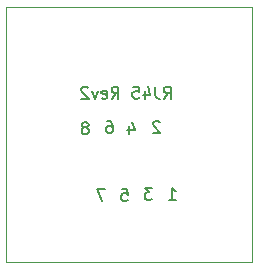
<source format=gbr>
G04 #@! TF.GenerationSoftware,KiCad,Pcbnew,(6.0.0)*
G04 #@! TF.CreationDate,2022-07-24T20:27:42-05:00*
G04 #@! TF.ProjectId,RJ45GoButton,524a3435-476f-4427-9574-746f6e2e6b69,rev?*
G04 #@! TF.SameCoordinates,Original*
G04 #@! TF.FileFunction,Legend,Bot*
G04 #@! TF.FilePolarity,Positive*
%FSLAX46Y46*%
G04 Gerber Fmt 4.6, Leading zero omitted, Abs format (unit mm)*
G04 Created by KiCad (PCBNEW (6.0.0)) date 2022-07-24 20:27:42*
%MOMM*%
%LPD*%
G01*
G04 APERTURE LIST*
G04 #@! TA.AperFunction,Profile*
%ADD10C,0.050000*%
G04 #@! TD*
%ADD11C,0.150000*%
G04 APERTURE END LIST*
D10*
X161190000Y-92530000D02*
X161200000Y-114160000D01*
X140410000Y-114160000D02*
X140410000Y-92530000D01*
X161200000Y-114160000D02*
X140410000Y-114160000D01*
X140410000Y-92530000D02*
X161190000Y-92530000D01*
D11*
X150799523Y-102645714D02*
X150799523Y-103312380D01*
X151037619Y-102264761D02*
X151275714Y-102979047D01*
X150656666Y-102979047D01*
X148949523Y-102212380D02*
X149140000Y-102212380D01*
X149235238Y-102260000D01*
X149282857Y-102307619D01*
X149378095Y-102450476D01*
X149425714Y-102640952D01*
X149425714Y-103021904D01*
X149378095Y-103117142D01*
X149330476Y-103164761D01*
X149235238Y-103212380D01*
X149044761Y-103212380D01*
X148949523Y-103164761D01*
X148901904Y-103117142D01*
X148854285Y-103021904D01*
X148854285Y-102783809D01*
X148901904Y-102688571D01*
X148949523Y-102640952D01*
X149044761Y-102593333D01*
X149235238Y-102593333D01*
X149330476Y-102640952D01*
X149378095Y-102688571D01*
X149425714Y-102783809D01*
X148753333Y-107932380D02*
X148086666Y-107932380D01*
X148515238Y-108932380D01*
X153740476Y-100292380D02*
X154073809Y-99816190D01*
X154311904Y-100292380D02*
X154311904Y-99292380D01*
X153930952Y-99292380D01*
X153835714Y-99340000D01*
X153788095Y-99387619D01*
X153740476Y-99482857D01*
X153740476Y-99625714D01*
X153788095Y-99720952D01*
X153835714Y-99768571D01*
X153930952Y-99816190D01*
X154311904Y-99816190D01*
X153026190Y-99292380D02*
X153026190Y-100006666D01*
X153073809Y-100149523D01*
X153169047Y-100244761D01*
X153311904Y-100292380D01*
X153407142Y-100292380D01*
X152121428Y-99625714D02*
X152121428Y-100292380D01*
X152359523Y-99244761D02*
X152597619Y-99959047D01*
X151978571Y-99959047D01*
X151121428Y-99292380D02*
X151597619Y-99292380D01*
X151645238Y-99768571D01*
X151597619Y-99720952D01*
X151502380Y-99673333D01*
X151264285Y-99673333D01*
X151169047Y-99720952D01*
X151121428Y-99768571D01*
X151073809Y-99863809D01*
X151073809Y-100101904D01*
X151121428Y-100197142D01*
X151169047Y-100244761D01*
X151264285Y-100292380D01*
X151502380Y-100292380D01*
X151597619Y-100244761D01*
X151645238Y-100197142D01*
X149311904Y-100292380D02*
X149645238Y-99816190D01*
X149883333Y-100292380D02*
X149883333Y-99292380D01*
X149502380Y-99292380D01*
X149407142Y-99340000D01*
X149359523Y-99387619D01*
X149311904Y-99482857D01*
X149311904Y-99625714D01*
X149359523Y-99720952D01*
X149407142Y-99768571D01*
X149502380Y-99816190D01*
X149883333Y-99816190D01*
X148502380Y-100244761D02*
X148597619Y-100292380D01*
X148788095Y-100292380D01*
X148883333Y-100244761D01*
X148930952Y-100149523D01*
X148930952Y-99768571D01*
X148883333Y-99673333D01*
X148788095Y-99625714D01*
X148597619Y-99625714D01*
X148502380Y-99673333D01*
X148454761Y-99768571D01*
X148454761Y-99863809D01*
X148930952Y-99959047D01*
X148121428Y-99625714D02*
X147883333Y-100292380D01*
X147645238Y-99625714D01*
X147311904Y-99387619D02*
X147264285Y-99340000D01*
X147169047Y-99292380D01*
X146930952Y-99292380D01*
X146835714Y-99340000D01*
X146788095Y-99387619D01*
X146740476Y-99482857D01*
X146740476Y-99578095D01*
X146788095Y-99720952D01*
X147359523Y-100292380D01*
X146740476Y-100292380D01*
X152733333Y-107862380D02*
X152114285Y-107862380D01*
X152447619Y-108243333D01*
X152304761Y-108243333D01*
X152209523Y-108290952D01*
X152161904Y-108338571D01*
X152114285Y-108433809D01*
X152114285Y-108671904D01*
X152161904Y-108767142D01*
X152209523Y-108814761D01*
X152304761Y-108862380D01*
X152590476Y-108862380D01*
X152685714Y-108814761D01*
X152733333Y-108767142D01*
X147175238Y-102740952D02*
X147270476Y-102693333D01*
X147318095Y-102645714D01*
X147365714Y-102550476D01*
X147365714Y-102502857D01*
X147318095Y-102407619D01*
X147270476Y-102360000D01*
X147175238Y-102312380D01*
X146984761Y-102312380D01*
X146889523Y-102360000D01*
X146841904Y-102407619D01*
X146794285Y-102502857D01*
X146794285Y-102550476D01*
X146841904Y-102645714D01*
X146889523Y-102693333D01*
X146984761Y-102740952D01*
X147175238Y-102740952D01*
X147270476Y-102788571D01*
X147318095Y-102836190D01*
X147365714Y-102931428D01*
X147365714Y-103121904D01*
X147318095Y-103217142D01*
X147270476Y-103264761D01*
X147175238Y-103312380D01*
X146984761Y-103312380D01*
X146889523Y-103264761D01*
X146841904Y-103217142D01*
X146794285Y-103121904D01*
X146794285Y-102931428D01*
X146841904Y-102836190D01*
X146889523Y-102788571D01*
X146984761Y-102740952D01*
X154174285Y-108862380D02*
X154745714Y-108862380D01*
X154460000Y-108862380D02*
X154460000Y-107862380D01*
X154555238Y-108005238D01*
X154650476Y-108100476D01*
X154745714Y-108148095D01*
X150161904Y-107952380D02*
X150638095Y-107952380D01*
X150685714Y-108428571D01*
X150638095Y-108380952D01*
X150542857Y-108333333D01*
X150304761Y-108333333D01*
X150209523Y-108380952D01*
X150161904Y-108428571D01*
X150114285Y-108523809D01*
X150114285Y-108761904D01*
X150161904Y-108857142D01*
X150209523Y-108904761D01*
X150304761Y-108952380D01*
X150542857Y-108952380D01*
X150638095Y-108904761D01*
X150685714Y-108857142D01*
X153385714Y-102287619D02*
X153338095Y-102240000D01*
X153242857Y-102192380D01*
X153004761Y-102192380D01*
X152909523Y-102240000D01*
X152861904Y-102287619D01*
X152814285Y-102382857D01*
X152814285Y-102478095D01*
X152861904Y-102620952D01*
X153433333Y-103192380D01*
X152814285Y-103192380D01*
M02*

</source>
